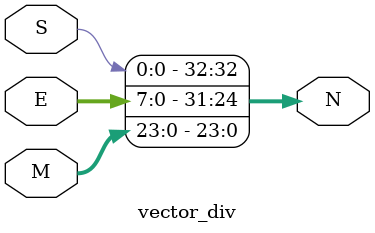
<source format=v>
module vector_div
(
    input           S,              // --> sign
    input   [07:0]  E,              // --> Exponent
    input   [23:0]  M,              // --> Mantissa
    output  [32:0]  N               // --> out vector
);
    
assign N = {S,E,M};

endmodule //vector_div

</source>
